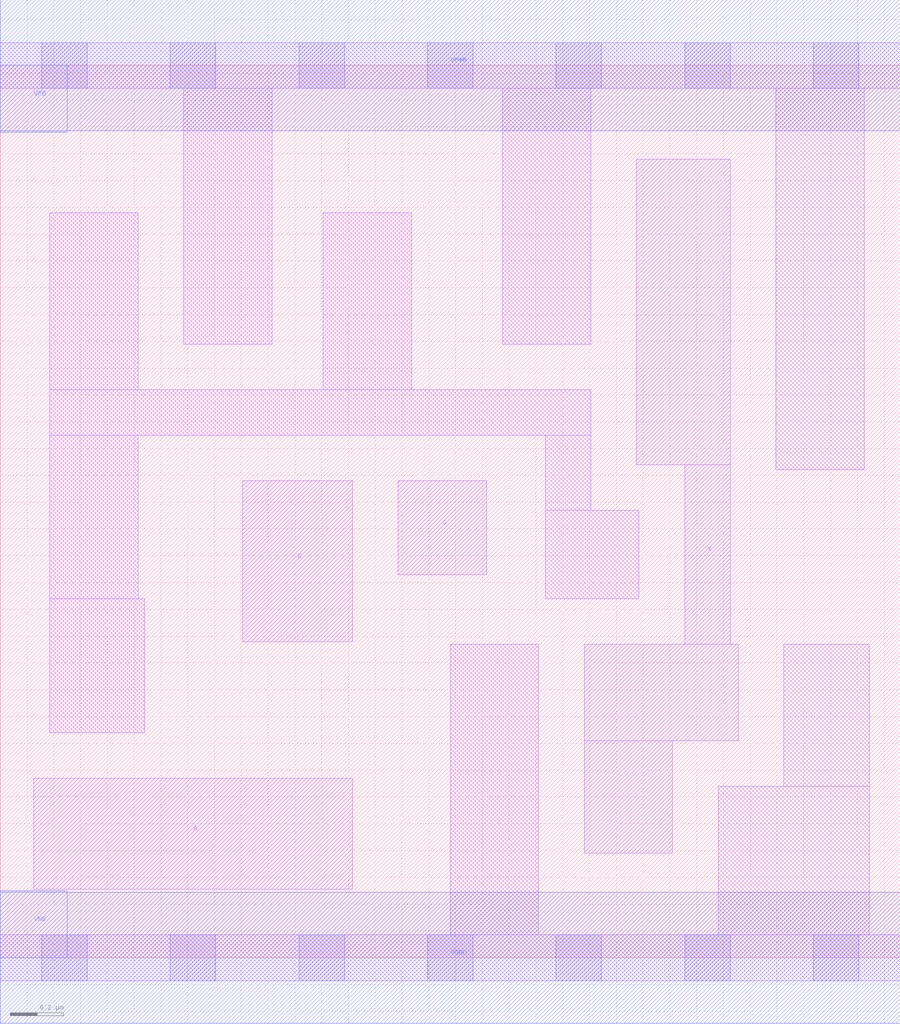
<source format=lef>
# Copyright 2020 The SkyWater PDK Authors
#
# Licensed under the Apache License, Version 2.0 (the "License");
# you may not use this file except in compliance with the License.
# You may obtain a copy of the License at
#
#     https://www.apache.org/licenses/LICENSE-2.0
#
# Unless required by applicable law or agreed to in writing, software
# distributed under the License is distributed on an "AS IS" BASIS,
# WITHOUT WARRANTIES OR CONDITIONS OF ANY KIND, either express or implied.
# See the License for the specific language governing permissions and
# limitations under the License.
#
# SPDX-License-Identifier: Apache-2.0

VERSION 5.5 ;
NAMESCASESENSITIVE ON ;
BUSBITCHARS "[]" ;
DIVIDERCHAR "/" ;
MACRO sky130_fd_sc_ms__and3_2
  CLASS CORE ;
  SOURCE USER ;
  ORIGIN  0.000000  0.000000 ;
  SIZE  3.360000 BY  3.330000 ;
  SYMMETRY X Y ;
  SITE unit ;
  PIN A
    ANTENNAGATEAREA  0.222000 ;
    DIRECTION INPUT ;
    USE SIGNAL ;
    PORT
      LAYER li1 ;
        RECT 0.125000 0.255000 1.315000 0.670000 ;
    END
  END A
  PIN B
    ANTENNAGATEAREA  0.222000 ;
    DIRECTION INPUT ;
    USE SIGNAL ;
    PORT
      LAYER li1 ;
        RECT 0.905000 1.180000 1.315000 1.780000 ;
    END
  END B
  PIN C
    ANTENNAGATEAREA  0.222000 ;
    DIRECTION INPUT ;
    USE SIGNAL ;
    PORT
      LAYER li1 ;
        RECT 1.485000 1.430000 1.815000 1.780000 ;
    END
  END C
  PIN X
    ANTENNADIFFAREA  0.572800 ;
    DIRECTION OUTPUT ;
    USE SIGNAL ;
    PORT
      LAYER li1 ;
        RECT 2.180000 0.390000 2.510000 0.810000 ;
        RECT 2.180000 0.810000 2.755000 1.170000 ;
        RECT 2.375000 1.840000 2.725000 2.980000 ;
        RECT 2.555000 1.170000 2.725000 1.840000 ;
    END
  END X
  PIN VGND
    DIRECTION INOUT ;
    USE GROUND ;
    PORT
      LAYER met1 ;
        RECT 0.000000 -0.245000 3.360000 0.245000 ;
    END
  END VGND
  PIN VNB
    DIRECTION INOUT ;
    USE GROUND ;
    PORT
    END
  END VNB
  PIN VPB
    DIRECTION INOUT ;
    USE POWER ;
    PORT
    END
  END VPB
  PIN VNB
    DIRECTION INOUT ;
    USE GROUND ;
    PORT
      LAYER met1 ;
        RECT 0.000000 0.000000 0.250000 0.250000 ;
    END
  END VNB
  PIN VPB
    DIRECTION INOUT ;
    USE POWER ;
    PORT
      LAYER met1 ;
        RECT 0.000000 3.080000 0.250000 3.330000 ;
    END
  END VPB
  PIN VPWR
    DIRECTION INOUT ;
    USE POWER ;
    PORT
      LAYER met1 ;
        RECT 0.000000 3.085000 3.360000 3.575000 ;
    END
  END VPWR
  OBS
    LAYER li1 ;
      RECT 0.000000 -0.085000 3.360000 0.085000 ;
      RECT 0.000000  3.245000 3.360000 3.415000 ;
      RECT 0.185000  0.840000 0.540000 1.340000 ;
      RECT 0.185000  1.340000 0.515000 1.950000 ;
      RECT 0.185000  1.950000 2.205000 2.120000 ;
      RECT 0.185000  2.120000 0.515000 2.780000 ;
      RECT 0.685000  2.290000 1.015000 3.245000 ;
      RECT 1.205000  2.120000 1.535000 2.780000 ;
      RECT 1.680000  0.085000 2.010000 1.170000 ;
      RECT 1.875000  2.290000 2.205000 3.245000 ;
      RECT 2.035000  1.340000 2.385000 1.670000 ;
      RECT 2.035000  1.670000 2.205000 1.950000 ;
      RECT 2.680000  0.085000 3.245000 0.640000 ;
      RECT 2.895000  1.820000 3.225000 3.245000 ;
      RECT 2.925000  0.640000 3.245000 1.170000 ;
    LAYER mcon ;
      RECT 0.155000 -0.085000 0.325000 0.085000 ;
      RECT 0.155000  3.245000 0.325000 3.415000 ;
      RECT 0.635000 -0.085000 0.805000 0.085000 ;
      RECT 0.635000  3.245000 0.805000 3.415000 ;
      RECT 1.115000 -0.085000 1.285000 0.085000 ;
      RECT 1.115000  3.245000 1.285000 3.415000 ;
      RECT 1.595000 -0.085000 1.765000 0.085000 ;
      RECT 1.595000  3.245000 1.765000 3.415000 ;
      RECT 2.075000 -0.085000 2.245000 0.085000 ;
      RECT 2.075000  3.245000 2.245000 3.415000 ;
      RECT 2.555000 -0.085000 2.725000 0.085000 ;
      RECT 2.555000  3.245000 2.725000 3.415000 ;
      RECT 3.035000 -0.085000 3.205000 0.085000 ;
      RECT 3.035000  3.245000 3.205000 3.415000 ;
  END
END sky130_fd_sc_ms__and3_2
END LIBRARY

</source>
